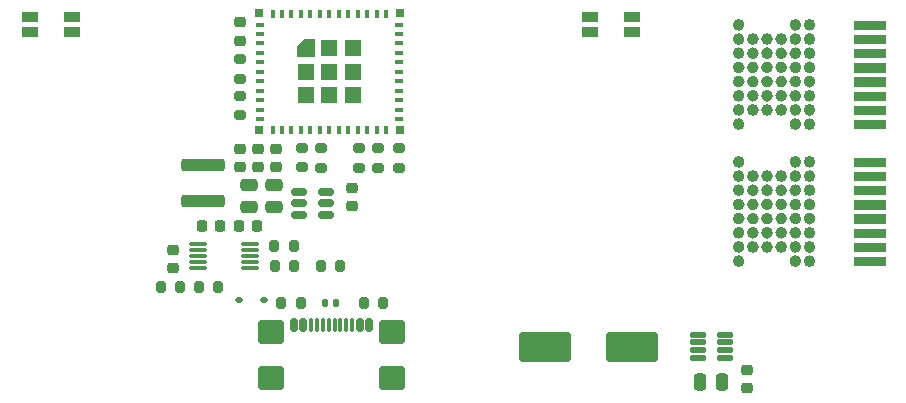
<source format=gbr>
%TF.GenerationSoftware,KiCad,Pcbnew,9.0.4*%
%TF.CreationDate,2025-09-10T21:24:44+08:00*%
%TF.ProjectId,smart_shunt_v0.0.1,736d6172-745f-4736-9875-6e745f76302e,v0.0.4*%
%TF.SameCoordinates,Original*%
%TF.FileFunction,Paste,Top*%
%TF.FilePolarity,Positive*%
%FSLAX46Y46*%
G04 Gerber Fmt 4.6, Leading zero omitted, Abs format (unit mm)*
G04 Created by KiCad (PCBNEW 9.0.4) date 2025-09-10 21:24:44*
%MOMM*%
%LPD*%
G01*
G04 APERTURE LIST*
G04 Aperture macros list*
%AMRoundRect*
0 Rectangle with rounded corners*
0 $1 Rounding radius*
0 $2 $3 $4 $5 $6 $7 $8 $9 X,Y pos of 4 corners*
0 Add a 4 corners polygon primitive as box body*
4,1,4,$2,$3,$4,$5,$6,$7,$8,$9,$2,$3,0*
0 Add four circle primitives for the rounded corners*
1,1,$1+$1,$2,$3*
1,1,$1+$1,$4,$5*
1,1,$1+$1,$6,$7*
1,1,$1+$1,$8,$9*
0 Add four rect primitives between the rounded corners*
20,1,$1+$1,$2,$3,$4,$5,0*
20,1,$1+$1,$4,$5,$6,$7,0*
20,1,$1+$1,$6,$7,$8,$9,0*
20,1,$1+$1,$8,$9,$2,$3,0*%
%AMFreePoly0*
4,1,6,0.725000,-0.725000,-0.725000,-0.725000,-0.725000,0.125000,-0.125000,0.725000,0.725000,0.725000,0.725000,-0.725000,0.725000,-0.725000,$1*%
G04 Aperture macros list end*
%ADD10C,0.010000*%
%ADD11C,0.500000*%
%ADD12R,0.800000X0.400000*%
%ADD13R,0.400000X0.800000*%
%ADD14R,1.450000X1.450000*%
%ADD15FreePoly0,0.000000*%
%ADD16R,0.700000X0.700000*%
%ADD17RoundRect,0.225000X0.250000X-0.225000X0.250000X0.225000X-0.250000X0.225000X-0.250000X-0.225000X0*%
%ADD18RoundRect,0.200000X0.200000X0.275000X-0.200000X0.275000X-0.200000X-0.275000X0.200000X-0.275000X0*%
%ADD19RoundRect,0.250000X1.600000X-0.300000X1.600000X0.300000X-1.600000X0.300000X-1.600000X-0.300000X0*%
%ADD20RoundRect,0.200000X-0.275000X0.200000X-0.275000X-0.200000X0.275000X-0.200000X0.275000X0.200000X0*%
%ADD21RoundRect,0.147500X0.147500X0.172500X-0.147500X0.172500X-0.147500X-0.172500X0.147500X-0.172500X0*%
%ADD22RoundRect,0.225000X-0.250000X0.225000X-0.250000X-0.225000X0.250000X-0.225000X0.250000X0.225000X0*%
%ADD23RoundRect,0.200000X0.275000X-0.200000X0.275000X0.200000X-0.275000X0.200000X-0.275000X-0.200000X0*%
%ADD24RoundRect,0.150000X-0.512500X-0.150000X0.512500X-0.150000X0.512500X0.150000X-0.512500X0.150000X0*%
%ADD25RoundRect,0.250000X1.950000X1.000000X-1.950000X1.000000X-1.950000X-1.000000X1.950000X-1.000000X0*%
%ADD26RoundRect,0.250000X0.475000X-0.250000X0.475000X0.250000X-0.475000X0.250000X-0.475000X-0.250000X0*%
%ADD27RoundRect,0.112500X-0.187500X-0.112500X0.187500X-0.112500X0.187500X0.112500X-0.187500X0.112500X0*%
%ADD28R,1.400000X0.900000*%
%ADD29RoundRect,0.225000X-0.225000X-0.250000X0.225000X-0.250000X0.225000X0.250000X-0.225000X0.250000X0*%
%ADD30RoundRect,0.225000X0.225000X0.250000X-0.225000X0.250000X-0.225000X-0.250000X0.225000X-0.250000X0*%
%ADD31RoundRect,0.150000X-0.150000X-0.425000X0.150000X-0.425000X0.150000X0.425000X-0.150000X0.425000X0*%
%ADD32RoundRect,0.075000X-0.075000X-0.500000X0.075000X-0.500000X0.075000X0.500000X-0.075000X0.500000X0*%
%ADD33RoundRect,0.250000X-0.840000X-0.750000X0.840000X-0.750000X0.840000X0.750000X-0.840000X0.750000X0*%
%ADD34RoundRect,0.075000X0.650000X0.075000X-0.650000X0.075000X-0.650000X-0.075000X0.650000X-0.075000X0*%
%ADD35RoundRect,0.125000X-0.537500X-0.125000X0.537500X-0.125000X0.537500X0.125000X-0.537500X0.125000X0*%
%ADD36RoundRect,0.200000X-0.200000X-0.275000X0.200000X-0.275000X0.200000X0.275000X-0.200000X0.275000X0*%
%ADD37RoundRect,0.250000X0.250000X0.475000X-0.250000X0.475000X-0.250000X-0.475000X0.250000X-0.475000X0*%
G04 APERTURE END LIST*
D10*
%TO.C,Q1*%
X190499999Y-88550002D02*
X190499999Y-89250000D01*
X187899999Y-89250001D01*
X187899999Y-88550001D01*
X190499999Y-88550002D01*
G36*
X190499999Y-88550002D02*
G01*
X190499999Y-89250000D01*
X187899999Y-89250001D01*
X187899999Y-88550001D01*
X190499999Y-88550002D01*
G37*
X190499999Y-88050001D02*
X187899999Y-88050001D01*
X187899999Y-87350001D01*
X190499998Y-87350001D01*
X190499999Y-88050001D01*
G36*
X190499999Y-88050001D02*
G01*
X187899999Y-88050001D01*
X187899999Y-87350001D01*
X190499998Y-87350001D01*
X190499999Y-88050001D01*
G37*
X190499999Y-86850001D02*
X187899999Y-86850001D01*
X187899999Y-86150001D01*
X190499999Y-86150001D01*
X190499999Y-86850001D01*
G36*
X190499999Y-86850001D02*
G01*
X187899999Y-86850001D01*
X187899999Y-86150001D01*
X190499999Y-86150001D01*
X190499999Y-86850001D01*
G37*
X190499999Y-85650001D02*
X187899999Y-85650001D01*
X187899999Y-84950001D01*
X190499999Y-84950001D01*
X190499999Y-85650001D01*
G36*
X190499999Y-85650001D02*
G01*
X187899999Y-85650001D01*
X187899999Y-84950001D01*
X190499999Y-84950001D01*
X190499999Y-85650001D01*
G37*
X190499999Y-84450001D02*
X187899999Y-84450001D01*
X187899999Y-83750001D01*
X190499999Y-83750001D01*
X190499999Y-84450001D01*
G36*
X190499999Y-84450001D02*
G01*
X187899999Y-84450001D01*
X187899999Y-83750001D01*
X190499999Y-83750001D01*
X190499999Y-84450001D01*
G37*
X190499999Y-83250001D02*
X187899999Y-83250001D01*
X187899999Y-82550001D01*
X190499999Y-82550001D01*
X190499999Y-83250001D01*
G36*
X190499999Y-83250001D02*
G01*
X187899999Y-83250001D01*
X187899999Y-82550001D01*
X190499999Y-82550001D01*
X190499999Y-83250001D01*
G37*
X190499999Y-80150002D02*
X190499999Y-80850000D01*
X187899999Y-80850001D01*
X187899999Y-80150001D01*
X190499999Y-80150002D01*
G36*
X190499999Y-80150002D02*
G01*
X190499999Y-80850000D01*
X187899999Y-80850001D01*
X187899999Y-80150001D01*
X190499999Y-80150002D01*
G37*
X190499998Y-82050001D02*
X187899999Y-82050001D01*
X187899999Y-81350001D01*
X190499999Y-81350001D01*
X190499998Y-82050001D01*
G36*
X190499998Y-82050001D02*
G01*
X187899999Y-82050001D01*
X187899999Y-81350001D01*
X190499999Y-81350001D01*
X190499998Y-82050001D01*
G37*
D11*
X184369999Y-88900001D02*
G75*
G02*
X183869999Y-88900001I-250000J0D01*
G01*
X183869999Y-88900001D02*
G75*
G02*
X184369999Y-88900001I250000J0D01*
G01*
X184369999Y-87700001D02*
G75*
G02*
X183869999Y-87700001I-250000J0D01*
G01*
X183869999Y-87700001D02*
G75*
G02*
X184369999Y-87700001I250000J0D01*
G01*
X184369999Y-86500001D02*
G75*
G02*
X183869999Y-86500001I-250000J0D01*
G01*
X183869999Y-86500001D02*
G75*
G02*
X184369999Y-86500001I250000J0D01*
G01*
X184369999Y-85300001D02*
G75*
G02*
X183869999Y-85300001I-250000J0D01*
G01*
X183869999Y-85300001D02*
G75*
G02*
X184369999Y-85300001I250000J0D01*
G01*
X184369999Y-84100001D02*
G75*
G02*
X183869999Y-84100001I-250000J0D01*
G01*
X183869999Y-84100001D02*
G75*
G02*
X184369999Y-84100001I250000J0D01*
G01*
X184369999Y-82900001D02*
G75*
G02*
X183869999Y-82900001I-250000J0D01*
G01*
X183869999Y-82900001D02*
G75*
G02*
X184369999Y-82900001I250000J0D01*
G01*
X184369999Y-81700001D02*
G75*
G02*
X183869999Y-81700001I-250000J0D01*
G01*
X183869999Y-81700001D02*
G75*
G02*
X184369999Y-81700001I250000J0D01*
G01*
X184369999Y-80500001D02*
G75*
G02*
X183869999Y-80500001I-250000J0D01*
G01*
X183869999Y-80500001D02*
G75*
G02*
X184369999Y-80500001I250000J0D01*
G01*
X183169999Y-88900000D02*
G75*
G02*
X182669999Y-88900000I-250000J0D01*
G01*
X182669999Y-88900000D02*
G75*
G02*
X183169999Y-88900000I250000J0D01*
G01*
X183169999Y-87700001D02*
G75*
G02*
X182669999Y-87700001I-250000J0D01*
G01*
X182669999Y-87700001D02*
G75*
G02*
X183169999Y-87700001I250000J0D01*
G01*
X183169999Y-86500001D02*
G75*
G02*
X182669999Y-86500001I-250000J0D01*
G01*
X182669999Y-86500001D02*
G75*
G02*
X183169999Y-86500001I250000J0D01*
G01*
X183169999Y-85300001D02*
G75*
G02*
X182669999Y-85300001I-250000J0D01*
G01*
X182669999Y-85300001D02*
G75*
G02*
X183169999Y-85300001I250000J0D01*
G01*
X183169999Y-84100001D02*
G75*
G02*
X182669999Y-84100001I-250000J0D01*
G01*
X182669999Y-84100001D02*
G75*
G02*
X183169999Y-84100001I250000J0D01*
G01*
X183169999Y-82900001D02*
G75*
G02*
X182669999Y-82900001I-250000J0D01*
G01*
X182669999Y-82900001D02*
G75*
G02*
X183169999Y-82900001I250000J0D01*
G01*
X183169999Y-81700001D02*
G75*
G02*
X182669999Y-81700001I-250000J0D01*
G01*
X182669999Y-81700001D02*
G75*
G02*
X183169999Y-81700001I250000J0D01*
G01*
X183169999Y-80500002D02*
G75*
G02*
X182669999Y-80500002I-250000J0D01*
G01*
X182669999Y-80500002D02*
G75*
G02*
X183169999Y-80500002I250000J0D01*
G01*
X181969999Y-87700001D02*
G75*
G02*
X181469999Y-87700001I-250000J0D01*
G01*
X181469999Y-87700001D02*
G75*
G02*
X181969999Y-87700001I250000J0D01*
G01*
X181969999Y-86500001D02*
G75*
G02*
X181469999Y-86500001I-250000J0D01*
G01*
X181469999Y-86500001D02*
G75*
G02*
X181969999Y-86500001I250000J0D01*
G01*
X181969999Y-85300001D02*
G75*
G02*
X181469999Y-85300001I-250000J0D01*
G01*
X181469999Y-85300001D02*
G75*
G02*
X181969999Y-85300001I250000J0D01*
G01*
X181969999Y-84100001D02*
G75*
G02*
X181469999Y-84100001I-250000J0D01*
G01*
X181469999Y-84100001D02*
G75*
G02*
X181969999Y-84100001I250000J0D01*
G01*
X181969999Y-82900001D02*
G75*
G02*
X181469999Y-82900001I-250000J0D01*
G01*
X181469999Y-82900001D02*
G75*
G02*
X181969999Y-82900001I250000J0D01*
G01*
X181969999Y-81700001D02*
G75*
G02*
X181469999Y-81700001I-250000J0D01*
G01*
X181469999Y-81700001D02*
G75*
G02*
X181969999Y-81700001I250000J0D01*
G01*
X180769999Y-87700001D02*
G75*
G02*
X180269999Y-87700001I-250000J0D01*
G01*
X180269999Y-87700001D02*
G75*
G02*
X180769999Y-87700001I250000J0D01*
G01*
X180769999Y-86500001D02*
G75*
G02*
X180269999Y-86500001I-250000J0D01*
G01*
X180269999Y-86500001D02*
G75*
G02*
X180769999Y-86500001I250000J0D01*
G01*
X180769999Y-85300001D02*
G75*
G02*
X180269999Y-85300001I-250000J0D01*
G01*
X180269999Y-85300001D02*
G75*
G02*
X180769999Y-85300001I250000J0D01*
G01*
X180769999Y-84100001D02*
G75*
G02*
X180269999Y-84100001I-250000J0D01*
G01*
X180269999Y-84100001D02*
G75*
G02*
X180769999Y-84100001I250000J0D01*
G01*
X180769999Y-82900001D02*
G75*
G02*
X180269999Y-82900001I-250000J0D01*
G01*
X180269999Y-82900001D02*
G75*
G02*
X180769999Y-82900001I250000J0D01*
G01*
X180769999Y-81700001D02*
G75*
G02*
X180269999Y-81700001I-250000J0D01*
G01*
X180269999Y-81700001D02*
G75*
G02*
X180769999Y-81700001I250000J0D01*
G01*
X179570001Y-85300001D02*
G75*
G02*
X179069999Y-85300001I-250001J0D01*
G01*
X179069999Y-85300001D02*
G75*
G02*
X179570001Y-85300001I250001J0D01*
G01*
X179570001Y-84100001D02*
G75*
G02*
X179069999Y-84100001I-250001J0D01*
G01*
X179069999Y-84100001D02*
G75*
G02*
X179570001Y-84100001I250001J0D01*
G01*
X179569999Y-87700001D02*
G75*
G02*
X179069999Y-87700001I-250000J0D01*
G01*
X179069999Y-87700001D02*
G75*
G02*
X179569999Y-87700001I250000J0D01*
G01*
X179569999Y-86500001D02*
G75*
G02*
X179069999Y-86500001I-250000J0D01*
G01*
X179069999Y-86500001D02*
G75*
G02*
X179569999Y-86500001I250000J0D01*
G01*
X179569999Y-82900001D02*
G75*
G02*
X179069999Y-82900001I-250000J0D01*
G01*
X179069999Y-82900001D02*
G75*
G02*
X179569999Y-82900001I250000J0D01*
G01*
X179569999Y-81700001D02*
G75*
G02*
X179069999Y-81700001I-250000J0D01*
G01*
X179069999Y-81700001D02*
G75*
G02*
X179569999Y-81700001I250000J0D01*
G01*
X178369999Y-88900001D02*
G75*
G02*
X177869999Y-88900001I-250000J0D01*
G01*
X177869999Y-88900001D02*
G75*
G02*
X178369999Y-88900001I250000J0D01*
G01*
X178369999Y-87700001D02*
G75*
G02*
X177869999Y-87700001I-250000J0D01*
G01*
X177869999Y-87700001D02*
G75*
G02*
X178369999Y-87700001I250000J0D01*
G01*
X178369999Y-86500001D02*
G75*
G02*
X177869999Y-86500001I-250000J0D01*
G01*
X177869999Y-86500001D02*
G75*
G02*
X178369999Y-86500001I250000J0D01*
G01*
X178369999Y-85300002D02*
G75*
G02*
X177869999Y-85300002I-250000J0D01*
G01*
X177869999Y-85300002D02*
G75*
G02*
X178369999Y-85300002I250000J0D01*
G01*
X178369999Y-84100000D02*
G75*
G02*
X177869999Y-84100000I-250000J0D01*
G01*
X177869999Y-84100000D02*
G75*
G02*
X178369999Y-84100000I250000J0D01*
G01*
X178369999Y-82900001D02*
G75*
G02*
X177869999Y-82900001I-250000J0D01*
G01*
X177869999Y-82900001D02*
G75*
G02*
X178369999Y-82900001I250000J0D01*
G01*
X178369999Y-81700001D02*
G75*
G02*
X177869999Y-81700001I-250000J0D01*
G01*
X177869999Y-81700001D02*
G75*
G02*
X178369999Y-81700001I250000J0D01*
G01*
X178369999Y-80500001D02*
G75*
G02*
X177869999Y-80500001I-250000J0D01*
G01*
X177869999Y-80500001D02*
G75*
G02*
X178369999Y-80500001I250000J0D01*
G01*
%TO.C,Q2*%
X178369999Y-68900001D02*
G75*
G02*
X177869999Y-68900001I-250000J0D01*
G01*
X177869999Y-68900001D02*
G75*
G02*
X178369999Y-68900001I250000J0D01*
G01*
X178369999Y-70100001D02*
G75*
G02*
X177869999Y-70100001I-250000J0D01*
G01*
X177869999Y-70100001D02*
G75*
G02*
X178369999Y-70100001I250000J0D01*
G01*
X178369999Y-71300001D02*
G75*
G02*
X177869999Y-71300001I-250000J0D01*
G01*
X177869999Y-71300001D02*
G75*
G02*
X178369999Y-71300001I250000J0D01*
G01*
X178369999Y-72500000D02*
G75*
G02*
X177869999Y-72500000I-250000J0D01*
G01*
X177869999Y-72500000D02*
G75*
G02*
X178369999Y-72500000I250000J0D01*
G01*
X178369999Y-73700002D02*
G75*
G02*
X177869999Y-73700002I-250000J0D01*
G01*
X177869999Y-73700002D02*
G75*
G02*
X178369999Y-73700002I250000J0D01*
G01*
X178369999Y-74900001D02*
G75*
G02*
X177869999Y-74900001I-250000J0D01*
G01*
X177869999Y-74900001D02*
G75*
G02*
X178369999Y-74900001I250000J0D01*
G01*
X178369999Y-76100001D02*
G75*
G02*
X177869999Y-76100001I-250000J0D01*
G01*
X177869999Y-76100001D02*
G75*
G02*
X178369999Y-76100001I250000J0D01*
G01*
X178369999Y-77300001D02*
G75*
G02*
X177869999Y-77300001I-250000J0D01*
G01*
X177869999Y-77300001D02*
G75*
G02*
X178369999Y-77300001I250000J0D01*
G01*
X179569999Y-70100001D02*
G75*
G02*
X179069999Y-70100001I-250000J0D01*
G01*
X179069999Y-70100001D02*
G75*
G02*
X179569999Y-70100001I250000J0D01*
G01*
X179569999Y-71300001D02*
G75*
G02*
X179069999Y-71300001I-250000J0D01*
G01*
X179069999Y-71300001D02*
G75*
G02*
X179569999Y-71300001I250000J0D01*
G01*
X179569999Y-74900001D02*
G75*
G02*
X179069999Y-74900001I-250000J0D01*
G01*
X179069999Y-74900001D02*
G75*
G02*
X179569999Y-74900001I250000J0D01*
G01*
X179569999Y-76100001D02*
G75*
G02*
X179069999Y-76100001I-250000J0D01*
G01*
X179069999Y-76100001D02*
G75*
G02*
X179569999Y-76100001I250000J0D01*
G01*
X179570001Y-72500001D02*
G75*
G02*
X179069999Y-72500001I-250001J0D01*
G01*
X179069999Y-72500001D02*
G75*
G02*
X179570001Y-72500001I250001J0D01*
G01*
X179570001Y-73700001D02*
G75*
G02*
X179069999Y-73700001I-250001J0D01*
G01*
X179069999Y-73700001D02*
G75*
G02*
X179570001Y-73700001I250001J0D01*
G01*
X180769999Y-70100001D02*
G75*
G02*
X180269999Y-70100001I-250000J0D01*
G01*
X180269999Y-70100001D02*
G75*
G02*
X180769999Y-70100001I250000J0D01*
G01*
X180769999Y-71300001D02*
G75*
G02*
X180269999Y-71300001I-250000J0D01*
G01*
X180269999Y-71300001D02*
G75*
G02*
X180769999Y-71300001I250000J0D01*
G01*
X180769999Y-72500001D02*
G75*
G02*
X180269999Y-72500001I-250000J0D01*
G01*
X180269999Y-72500001D02*
G75*
G02*
X180769999Y-72500001I250000J0D01*
G01*
X180769999Y-73700001D02*
G75*
G02*
X180269999Y-73700001I-250000J0D01*
G01*
X180269999Y-73700001D02*
G75*
G02*
X180769999Y-73700001I250000J0D01*
G01*
X180769999Y-74900001D02*
G75*
G02*
X180269999Y-74900001I-250000J0D01*
G01*
X180269999Y-74900001D02*
G75*
G02*
X180769999Y-74900001I250000J0D01*
G01*
X180769999Y-76100001D02*
G75*
G02*
X180269999Y-76100001I-250000J0D01*
G01*
X180269999Y-76100001D02*
G75*
G02*
X180769999Y-76100001I250000J0D01*
G01*
X181969999Y-70100001D02*
G75*
G02*
X181469999Y-70100001I-250000J0D01*
G01*
X181469999Y-70100001D02*
G75*
G02*
X181969999Y-70100001I250000J0D01*
G01*
X181969999Y-71300001D02*
G75*
G02*
X181469999Y-71300001I-250000J0D01*
G01*
X181469999Y-71300001D02*
G75*
G02*
X181969999Y-71300001I250000J0D01*
G01*
X181969999Y-72500001D02*
G75*
G02*
X181469999Y-72500001I-250000J0D01*
G01*
X181469999Y-72500001D02*
G75*
G02*
X181969999Y-72500001I250000J0D01*
G01*
X181969999Y-73700001D02*
G75*
G02*
X181469999Y-73700001I-250000J0D01*
G01*
X181469999Y-73700001D02*
G75*
G02*
X181969999Y-73700001I250000J0D01*
G01*
X181969999Y-74900001D02*
G75*
G02*
X181469999Y-74900001I-250000J0D01*
G01*
X181469999Y-74900001D02*
G75*
G02*
X181969999Y-74900001I250000J0D01*
G01*
X181969999Y-76100001D02*
G75*
G02*
X181469999Y-76100001I-250000J0D01*
G01*
X181469999Y-76100001D02*
G75*
G02*
X181969999Y-76100001I250000J0D01*
G01*
X183169999Y-68900002D02*
G75*
G02*
X182669999Y-68900002I-250000J0D01*
G01*
X182669999Y-68900002D02*
G75*
G02*
X183169999Y-68900002I250000J0D01*
G01*
X183169999Y-70100001D02*
G75*
G02*
X182669999Y-70100001I-250000J0D01*
G01*
X182669999Y-70100001D02*
G75*
G02*
X183169999Y-70100001I250000J0D01*
G01*
X183169999Y-71300001D02*
G75*
G02*
X182669999Y-71300001I-250000J0D01*
G01*
X182669999Y-71300001D02*
G75*
G02*
X183169999Y-71300001I250000J0D01*
G01*
X183169999Y-72500001D02*
G75*
G02*
X182669999Y-72500001I-250000J0D01*
G01*
X182669999Y-72500001D02*
G75*
G02*
X183169999Y-72500001I250000J0D01*
G01*
X183169999Y-73700001D02*
G75*
G02*
X182669999Y-73700001I-250000J0D01*
G01*
X182669999Y-73700001D02*
G75*
G02*
X183169999Y-73700001I250000J0D01*
G01*
X183169999Y-74900001D02*
G75*
G02*
X182669999Y-74900001I-250000J0D01*
G01*
X182669999Y-74900001D02*
G75*
G02*
X183169999Y-74900001I250000J0D01*
G01*
X183169999Y-76100001D02*
G75*
G02*
X182669999Y-76100001I-250000J0D01*
G01*
X182669999Y-76100001D02*
G75*
G02*
X183169999Y-76100001I250000J0D01*
G01*
X183169999Y-77300000D02*
G75*
G02*
X182669999Y-77300000I-250000J0D01*
G01*
X182669999Y-77300000D02*
G75*
G02*
X183169999Y-77300000I250000J0D01*
G01*
X184369999Y-68900001D02*
G75*
G02*
X183869999Y-68900001I-250000J0D01*
G01*
X183869999Y-68900001D02*
G75*
G02*
X184369999Y-68900001I250000J0D01*
G01*
X184369999Y-70100001D02*
G75*
G02*
X183869999Y-70100001I-250000J0D01*
G01*
X183869999Y-70100001D02*
G75*
G02*
X184369999Y-70100001I250000J0D01*
G01*
X184369999Y-71300001D02*
G75*
G02*
X183869999Y-71300001I-250000J0D01*
G01*
X183869999Y-71300001D02*
G75*
G02*
X184369999Y-71300001I250000J0D01*
G01*
X184369999Y-72500001D02*
G75*
G02*
X183869999Y-72500001I-250000J0D01*
G01*
X183869999Y-72500001D02*
G75*
G02*
X184369999Y-72500001I250000J0D01*
G01*
X184369999Y-73700001D02*
G75*
G02*
X183869999Y-73700001I-250000J0D01*
G01*
X183869999Y-73700001D02*
G75*
G02*
X184369999Y-73700001I250000J0D01*
G01*
X184369999Y-74900001D02*
G75*
G02*
X183869999Y-74900001I-250000J0D01*
G01*
X183869999Y-74900001D02*
G75*
G02*
X184369999Y-74900001I250000J0D01*
G01*
X184369999Y-76100001D02*
G75*
G02*
X183869999Y-76100001I-250000J0D01*
G01*
X183869999Y-76100001D02*
G75*
G02*
X184369999Y-76100001I250000J0D01*
G01*
X184369999Y-77300001D02*
G75*
G02*
X183869999Y-77300001I-250000J0D01*
G01*
X183869999Y-77300001D02*
G75*
G02*
X184369999Y-77300001I250000J0D01*
G01*
D10*
X190499998Y-70450001D02*
X187899999Y-70450001D01*
X187899999Y-69750001D01*
X190499999Y-69750001D01*
X190499998Y-70450001D01*
G36*
X190499998Y-70450001D02*
G01*
X187899999Y-70450001D01*
X187899999Y-69750001D01*
X190499999Y-69750001D01*
X190499998Y-70450001D01*
G37*
X190499999Y-68550002D02*
X190499999Y-69250000D01*
X187899999Y-69250001D01*
X187899999Y-68550001D01*
X190499999Y-68550002D01*
G36*
X190499999Y-68550002D02*
G01*
X190499999Y-69250000D01*
X187899999Y-69250001D01*
X187899999Y-68550001D01*
X190499999Y-68550002D01*
G37*
X190499999Y-71650001D02*
X187899999Y-71650001D01*
X187899999Y-70950001D01*
X190499999Y-70950001D01*
X190499999Y-71650001D01*
G36*
X190499999Y-71650001D02*
G01*
X187899999Y-71650001D01*
X187899999Y-70950001D01*
X190499999Y-70950001D01*
X190499999Y-71650001D01*
G37*
X190499999Y-72850001D02*
X187899999Y-72850001D01*
X187899999Y-72150001D01*
X190499999Y-72150001D01*
X190499999Y-72850001D01*
G36*
X190499999Y-72850001D02*
G01*
X187899999Y-72850001D01*
X187899999Y-72150001D01*
X190499999Y-72150001D01*
X190499999Y-72850001D01*
G37*
X190499999Y-74050001D02*
X187899999Y-74050001D01*
X187899999Y-73350001D01*
X190499999Y-73350001D01*
X190499999Y-74050001D01*
G36*
X190499999Y-74050001D02*
G01*
X187899999Y-74050001D01*
X187899999Y-73350001D01*
X190499999Y-73350001D01*
X190499999Y-74050001D01*
G37*
X190499999Y-75250001D02*
X187899999Y-75250001D01*
X187899999Y-74550001D01*
X190499999Y-74550001D01*
X190499999Y-75250001D01*
G36*
X190499999Y-75250001D02*
G01*
X187899999Y-75250001D01*
X187899999Y-74550001D01*
X190499999Y-74550001D01*
X190499999Y-75250001D01*
G37*
X190499999Y-76450001D02*
X187899999Y-76450001D01*
X187899999Y-75750001D01*
X190499998Y-75750001D01*
X190499999Y-76450001D01*
G36*
X190499999Y-76450001D02*
G01*
X187899999Y-76450001D01*
X187899999Y-75750001D01*
X190499998Y-75750001D01*
X190499999Y-76450001D01*
G37*
X190499999Y-76950002D02*
X190499999Y-77650000D01*
X187899999Y-77650001D01*
X187899999Y-76950001D01*
X190499999Y-76950002D01*
G36*
X190499999Y-76950002D02*
G01*
X190499999Y-77650000D01*
X187899999Y-77650001D01*
X187899999Y-76950001D01*
X190499999Y-76950002D01*
G37*
%TD*%
D12*
%TO.C,U1*%
X137558811Y-68871308D03*
X137558811Y-69671309D03*
X137558811Y-70471308D03*
X137558811Y-71271307D03*
X137558811Y-72071308D03*
X137558811Y-72871308D03*
X137558811Y-73671308D03*
X137558811Y-74471308D03*
X137558811Y-75271309D03*
X137558811Y-76071308D03*
X137558811Y-76871307D03*
D13*
X138658811Y-77771308D03*
X139458810Y-77771308D03*
X140258811Y-77771308D03*
X141058811Y-77771308D03*
X141858811Y-77771308D03*
X142658811Y-77771308D03*
X143458811Y-77771309D03*
X144258811Y-77771308D03*
X145058811Y-77771308D03*
X145858811Y-77771308D03*
X146658811Y-77771308D03*
X147458812Y-77771308D03*
X148258811Y-77771308D03*
D12*
X149358811Y-76871307D03*
X149358811Y-76071308D03*
X149358811Y-75271309D03*
X149358811Y-74471308D03*
X149358811Y-73671308D03*
X149358811Y-72871308D03*
X149358811Y-72071308D03*
X149358811Y-71271307D03*
X149358811Y-70471308D03*
X149358811Y-69671309D03*
X149358811Y-68871308D03*
D13*
X148258811Y-67971309D03*
X147458811Y-67971308D03*
X146658811Y-67971308D03*
X145858811Y-67971308D03*
X145058811Y-67971308D03*
X144258811Y-67971309D03*
X143458811Y-67971308D03*
X142658811Y-67971309D03*
X141858811Y-67971308D03*
X141058811Y-67971308D03*
X140258811Y-67971308D03*
X139458811Y-67971308D03*
X138658811Y-67971309D03*
D14*
X141483811Y-72871308D03*
X141483811Y-74846308D03*
D15*
X141483812Y-70896308D03*
D14*
X143458811Y-70896307D03*
X143458811Y-72871308D03*
X143458811Y-74846308D03*
X145433810Y-70896308D03*
X145433811Y-72871308D03*
X145433811Y-74846308D03*
D16*
X149408811Y-67921308D03*
X149408811Y-77821308D03*
X137508811Y-77821308D03*
X137508811Y-67921308D03*
%TD*%
D17*
%TO.C,C5*%
X135858811Y-70246309D03*
X135858811Y-68696309D03*
%TD*%
D18*
%TO.C,R3*%
X140483810Y-89346308D03*
X138833810Y-89346308D03*
%TD*%
D19*
%TO.C,L1*%
X132808810Y-83771308D03*
X132808810Y-80771308D03*
%TD*%
D20*
%TO.C,R11*%
X141183810Y-79321307D03*
X141183810Y-80971307D03*
%TD*%
D18*
%TO.C,R14*%
X134075000Y-91100000D03*
X132425000Y-91100000D03*
%TD*%
%TO.C,R1*%
X144395918Y-89327923D03*
X142745918Y-89327923D03*
%TD*%
D21*
%TO.C,D1*%
X144063811Y-92481308D03*
X143093811Y-92481308D03*
%TD*%
D18*
%TO.C,R10*%
X148033811Y-92411309D03*
X146383811Y-92411309D03*
%TD*%
D22*
%TO.C,C10*%
X138958811Y-79421308D03*
X138958811Y-80971308D03*
%TD*%
D23*
%TO.C,R4*%
X145958811Y-80996309D03*
X145958811Y-79346309D03*
%TD*%
%TO.C,R7*%
X147558811Y-80996309D03*
X147558811Y-79346309D03*
%TD*%
D22*
%TO.C,C11*%
X178800000Y-98100000D03*
X178800000Y-99650000D03*
%TD*%
D24*
%TO.C,U5*%
X140896311Y-83071310D03*
X140896311Y-84021309D03*
X140896311Y-84971308D03*
X143171311Y-84971308D03*
X143171311Y-84021309D03*
X143171311Y-83071310D03*
%TD*%
D25*
%TO.C,C13*%
X169100000Y-96200000D03*
X161700000Y-96200000D03*
%TD*%
D26*
%TO.C,C6*%
X138776344Y-84317200D03*
X138776344Y-82417202D03*
%TD*%
D27*
%TO.C,D5*%
X135808811Y-92171309D03*
X137908811Y-92171309D03*
%TD*%
D28*
%TO.C,SW2*%
X165508810Y-68221307D03*
X169108810Y-68221307D03*
X165508810Y-69521307D03*
X169108810Y-69521307D03*
%TD*%
D17*
%TO.C,C8*%
X130200000Y-89525000D03*
X130200000Y-87975000D03*
%TD*%
%TO.C,C7*%
X145400000Y-84275000D03*
X145400000Y-82725000D03*
%TD*%
D22*
%TO.C,C3*%
X135908811Y-79421309D03*
X135908811Y-80971309D03*
%TD*%
D26*
%TO.C,C4*%
X136701344Y-84317199D03*
X136701344Y-82417201D03*
%TD*%
D23*
%TO.C,R8*%
X149358811Y-80996309D03*
X149358811Y-79346309D03*
%TD*%
D29*
%TO.C,C1*%
X135783811Y-85896309D03*
X137333811Y-85896309D03*
%TD*%
D30*
%TO.C,C2*%
X134233811Y-85896309D03*
X132683811Y-85896309D03*
%TD*%
D20*
%TO.C,R6*%
X135908811Y-71796309D03*
X135908811Y-73446309D03*
%TD*%
D31*
%TO.C,J4*%
X140458811Y-94311308D03*
X141258811Y-94311308D03*
D32*
X142408811Y-94311309D03*
X143408811Y-94311308D03*
X143908811Y-94311308D03*
X144908811Y-94311309D03*
D31*
X146058811Y-94311308D03*
X146858811Y-94311308D03*
X146858811Y-94311308D03*
X146058811Y-94311308D03*
D32*
X145408811Y-94311308D03*
X144408811Y-94311308D03*
X142908811Y-94311308D03*
X141908811Y-94311308D03*
D31*
X141258811Y-94311308D03*
X140458811Y-94311308D03*
D33*
X138548811Y-94886308D03*
X138548811Y-98816308D03*
X148768811Y-94886308D03*
X148768811Y-98816308D03*
%TD*%
D34*
%TO.C,U4*%
X136758810Y-89471308D03*
X136758810Y-88971307D03*
X136758810Y-88471308D03*
X136758810Y-87971309D03*
X136758810Y-87471308D03*
X132358810Y-87471308D03*
X132358810Y-87971309D03*
X132358810Y-88471308D03*
X132358810Y-88971307D03*
X132358810Y-89471308D03*
%TD*%
D28*
%TO.C,SW1*%
X118108811Y-68221309D03*
X121708811Y-68221309D03*
X118108811Y-69521309D03*
X121708811Y-69521309D03*
%TD*%
D20*
%TO.C,R12*%
X142783811Y-79346309D03*
X142783811Y-80996309D03*
%TD*%
D35*
%TO.C,U2*%
X174662500Y-95125000D03*
X174662500Y-95775000D03*
X174662500Y-96425000D03*
X174662500Y-97075000D03*
X176937500Y-97075000D03*
X176937500Y-96425000D03*
X176937500Y-95775000D03*
X176937500Y-95125000D03*
%TD*%
D36*
%TO.C,R9*%
X139413810Y-92411309D03*
X141063810Y-92411309D03*
%TD*%
D18*
%TO.C,R13*%
X130825000Y-91100000D03*
X129175000Y-91100000D03*
%TD*%
D20*
%TO.C,R5*%
X135858811Y-74896307D03*
X135858811Y-76546307D03*
%TD*%
D18*
%TO.C,R2*%
X140458811Y-87596309D03*
X138808811Y-87596309D03*
%TD*%
D37*
%TO.C,C12*%
X176749999Y-99100000D03*
X174850001Y-99100000D03*
%TD*%
D22*
%TO.C,C9*%
X137433810Y-79421308D03*
X137433810Y-80971308D03*
%TD*%
M02*

</source>
